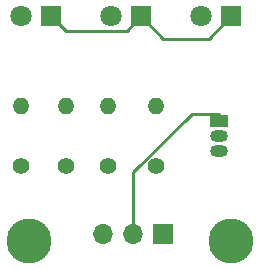
<source format=gbr>
%TF.GenerationSoftware,KiCad,Pcbnew,7.0.1*%
%TF.CreationDate,2023-04-08T16:50:17+02:00*%
%TF.ProjectId,PCB_hello_world,5043425f-6865-46c6-9c6f-5f776f726c64,rev?*%
%TF.SameCoordinates,Original*%
%TF.FileFunction,Copper,L2,Bot*%
%TF.FilePolarity,Positive*%
%FSLAX46Y46*%
G04 Gerber Fmt 4.6, Leading zero omitted, Abs format (unit mm)*
G04 Created by KiCad (PCBNEW 7.0.1) date 2023-04-08 16:50:17*
%MOMM*%
%LPD*%
G01*
G04 APERTURE LIST*
%TA.AperFunction,ComponentPad*%
%ADD10C,1.400000*%
%TD*%
%TA.AperFunction,ComponentPad*%
%ADD11O,1.400000X1.400000*%
%TD*%
%TA.AperFunction,ComponentPad*%
%ADD12R,1.800000X1.800000*%
%TD*%
%TA.AperFunction,ComponentPad*%
%ADD13C,1.800000*%
%TD*%
%TA.AperFunction,ComponentPad*%
%ADD14C,2.600000*%
%TD*%
%TA.AperFunction,ConnectorPad*%
%ADD15C,3.800000*%
%TD*%
%TA.AperFunction,ComponentPad*%
%ADD16R,1.500000X1.050000*%
%TD*%
%TA.AperFunction,ComponentPad*%
%ADD17O,1.500000X1.050000*%
%TD*%
%TA.AperFunction,ComponentPad*%
%ADD18R,1.700000X1.700000*%
%TD*%
%TA.AperFunction,ComponentPad*%
%ADD19O,1.700000X1.700000*%
%TD*%
%TA.AperFunction,Conductor*%
%ADD20C,0.250000*%
%TD*%
G04 APERTURE END LIST*
D10*
%TO.P,R4,1*%
%TO.N,/SIG_5*%
X149860000Y-116205000D03*
D11*
%TO.P,R4,2*%
%TO.N,Net-(Q1-G)*%
X149860000Y-111125000D03*
%TD*%
D12*
%TO.P,D3,1,K*%
%TO.N,Net-(D1-K)*%
X156215000Y-103535000D03*
D13*
%TO.P,D3,2,A*%
%TO.N,Net-(D3-A)*%
X153675000Y-103535000D03*
%TD*%
D14*
%TO.P,H1,1*%
%TO.N,N/C*%
X139065000Y-122555000D03*
D15*
X139065000Y-122555000D03*
%TD*%
D10*
%TO.P,R2,1*%
%TO.N,/5V*%
X142240000Y-116205000D03*
D11*
%TO.P,R2,2*%
%TO.N,Net-(D2-A)*%
X142240000Y-111125000D03*
%TD*%
D16*
%TO.P,Q1,1,S*%
%TO.N,/GND*%
X155215000Y-112395000D03*
D17*
%TO.P,Q1,2,G*%
%TO.N,Net-(Q1-G)*%
X155215000Y-113665000D03*
%TO.P,Q1,3,D*%
%TO.N,Net-(D1-K)*%
X155215000Y-114935000D03*
%TD*%
D18*
%TO.P,J1,1,Pin_1*%
%TO.N,/SIG_5*%
X150480000Y-121990000D03*
D19*
%TO.P,J1,2,Pin_2*%
%TO.N,/GND*%
X147940000Y-121990000D03*
%TO.P,J1,3,Pin_3*%
%TO.N,/5V*%
X145400000Y-121990000D03*
%TD*%
D10*
%TO.P,R3,1*%
%TO.N,/5V*%
X145775000Y-116205000D03*
D11*
%TO.P,R3,2*%
%TO.N,Net-(D3-A)*%
X145775000Y-111125000D03*
%TD*%
D10*
%TO.P,R1,1*%
%TO.N,/5V*%
X138430000Y-116205000D03*
D11*
%TO.P,R1,2*%
%TO.N,Net-(D1-A)*%
X138430000Y-111125000D03*
%TD*%
D12*
%TO.P,D1,1,K*%
%TO.N,Net-(D1-K)*%
X140975000Y-103535000D03*
D13*
%TO.P,D1,2,A*%
%TO.N,Net-(D1-A)*%
X138435000Y-103535000D03*
%TD*%
D12*
%TO.P,D2,1,K*%
%TO.N,Net-(D1-K)*%
X148595000Y-103535000D03*
D13*
%TO.P,D2,2,A*%
%TO.N,Net-(D2-A)*%
X146055000Y-103535000D03*
%TD*%
D14*
%TO.P,H2,1*%
%TO.N,N/C*%
X156210000Y-122555000D03*
D15*
X156210000Y-122555000D03*
%TD*%
D20*
%TO.N,Net-(D1-K)*%
X147370000Y-104760000D02*
X148595000Y-103535000D01*
X142200000Y-104760000D02*
X147370000Y-104760000D01*
X148595000Y-103535000D02*
X150470000Y-105410000D01*
X154340000Y-105410000D02*
X156215000Y-103535000D01*
X140975000Y-103535000D02*
X142200000Y-104760000D01*
X150470000Y-105410000D02*
X154340000Y-105410000D01*
%TO.N,/GND*%
X152855431Y-111760000D02*
X155215000Y-111760000D01*
X147940000Y-116675431D02*
X152855431Y-111760000D01*
X147940000Y-121990000D02*
X147940000Y-116675431D01*
%TD*%
M02*

</source>
